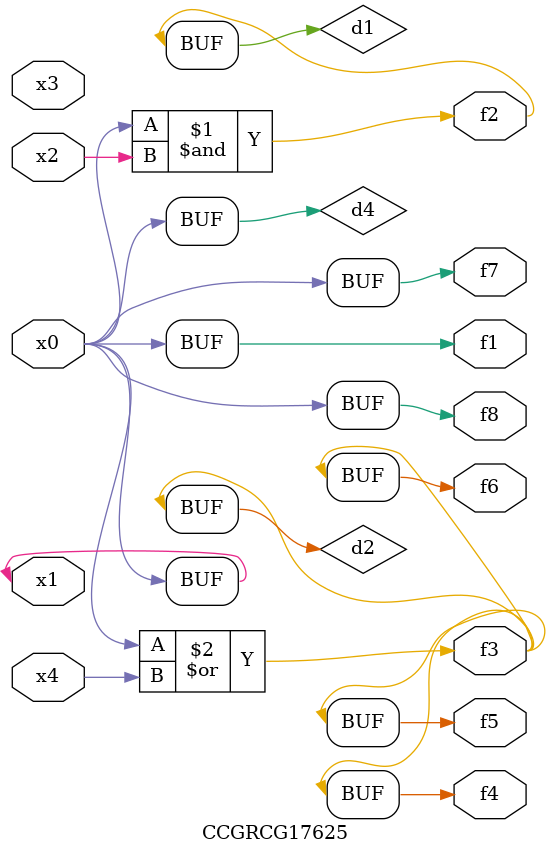
<source format=v>
module CCGRCG17625(
	input x0, x1, x2, x3, x4,
	output f1, f2, f3, f4, f5, f6, f7, f8
);

	wire d1, d2, d3, d4;

	and (d1, x0, x2);
	or (d2, x0, x4);
	nand (d3, x0, x2);
	buf (d4, x0, x1);
	assign f1 = d4;
	assign f2 = d1;
	assign f3 = d2;
	assign f4 = d2;
	assign f5 = d2;
	assign f6 = d2;
	assign f7 = d4;
	assign f8 = d4;
endmodule

</source>
